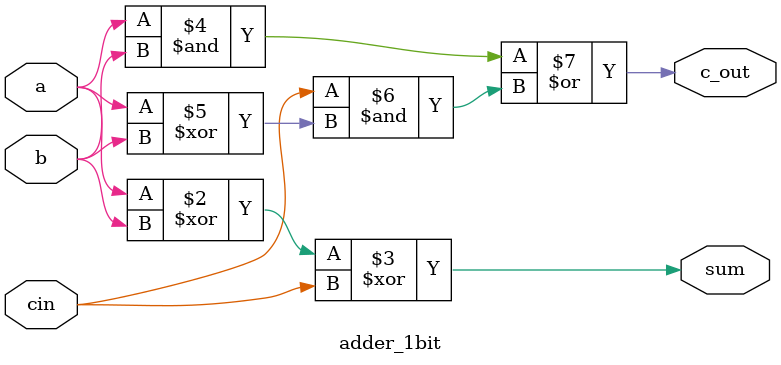
<source format=sv>
module adder_1bit(
	input a,b,cin,
	output logic sum, c_out
);
always@* begin
	sum = a^b^cin;
	c_out = a & b|cin&(a^b);
end
endmodule


</source>
